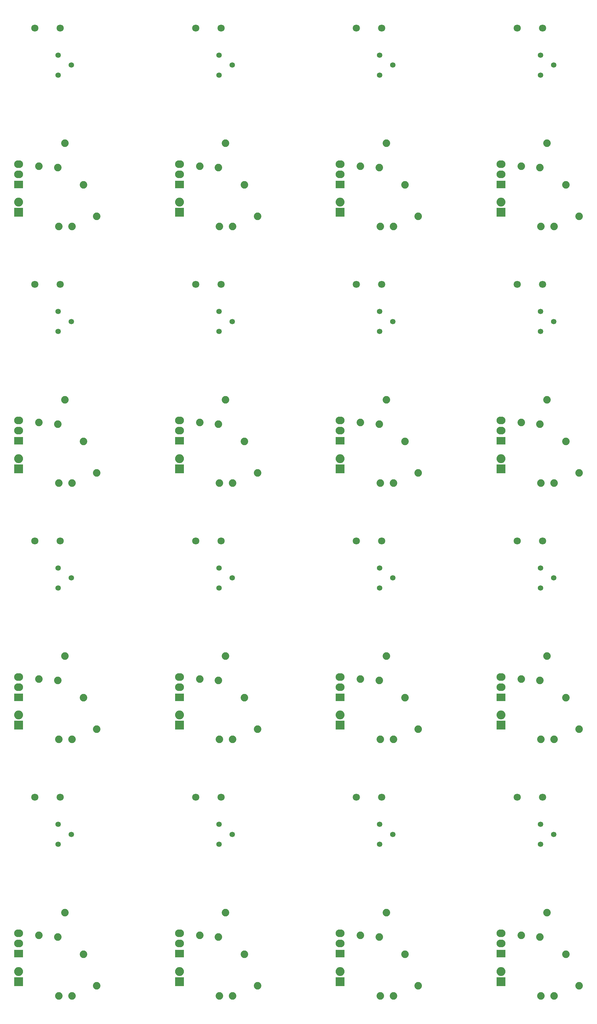
<source format=gbr>
G04 #@! TF.FileFunction,Soldermask,Bot*
%FSLAX46Y46*%
G04 Gerber Fmt 4.6, Leading zero omitted, Abs format (unit mm)*
G04 Created by KiCad (PCBNEW 0.201601221447+6507~42~ubuntu15.10.1-product) date Fri 22 Jan 2016 06:42:10 PM EST*
%MOMM*%
G01*
G04 APERTURE LIST*
%ADD10C,0.100000*%
%ADD11C,1.803200*%
%ADD12R,2.235200X2.235200*%
%ADD13O,2.235200X2.235200*%
%ADD14C,1.353200*%
%ADD15C,1.883200*%
%ADD16R,2.235200X1.930400*%
%ADD17O,2.235200X1.930400*%
G04 APERTURE END LIST*
D10*
D11*
X146304000Y-206367000D03*
X139954000Y-206367000D03*
D12*
X135890000Y-252476000D03*
D13*
X135890000Y-249936000D03*
D14*
X149097000Y-215646000D03*
X145797000Y-218146000D03*
X145797000Y-213146000D03*
D15*
X152146000Y-245618000D03*
X149225000Y-256032000D03*
X145923000Y-256032000D03*
X145669000Y-241300000D03*
X147447000Y-235204000D03*
X140970000Y-240919000D03*
X155448000Y-253492000D03*
D16*
X135890000Y-245491000D03*
D17*
X135890000Y-242951000D03*
X135890000Y-240411000D03*
D11*
X146304000Y-142232000D03*
X139954000Y-142232000D03*
D12*
X135890000Y-188341000D03*
D13*
X135890000Y-185801000D03*
D14*
X149097000Y-151511000D03*
X145797000Y-154011000D03*
X145797000Y-149011000D03*
D15*
X152146000Y-181483000D03*
X149225000Y-191897000D03*
X145923000Y-191897000D03*
X145669000Y-177165000D03*
X147447000Y-171069000D03*
X140970000Y-176784000D03*
X155448000Y-189357000D03*
D16*
X135890000Y-181356000D03*
D17*
X135890000Y-178816000D03*
X135890000Y-176276000D03*
D11*
X146304000Y-78097000D03*
X139954000Y-78097000D03*
D12*
X135890000Y-124206000D03*
D13*
X135890000Y-121666000D03*
D14*
X149097000Y-87376000D03*
X145797000Y-89876000D03*
X145797000Y-84876000D03*
D15*
X152146000Y-117348000D03*
X149225000Y-127762000D03*
X145923000Y-127762000D03*
X145669000Y-113030000D03*
X147447000Y-106934000D03*
X140970000Y-112649000D03*
X155448000Y-125222000D03*
D16*
X135890000Y-117221000D03*
D17*
X135890000Y-114681000D03*
X135890000Y-112141000D03*
D11*
X146304000Y-13962000D03*
X139954000Y-13962000D03*
D12*
X135890000Y-60071000D03*
D13*
X135890000Y-57531000D03*
D14*
X149097000Y-23241000D03*
X145797000Y-25741000D03*
X145797000Y-20741000D03*
D15*
X152146000Y-53213000D03*
X149225000Y-63627000D03*
X145923000Y-63627000D03*
X145669000Y-48895000D03*
X147447000Y-42799000D03*
X140970000Y-48514000D03*
X155448000Y-61087000D03*
D16*
X135890000Y-53086000D03*
D17*
X135890000Y-50546000D03*
X135890000Y-48006000D03*
D11*
X106045000Y-206367000D03*
X99695000Y-206367000D03*
D12*
X95631000Y-252476000D03*
D13*
X95631000Y-249936000D03*
D14*
X108838000Y-215646000D03*
X105538000Y-218146000D03*
X105538000Y-213146000D03*
D15*
X111887000Y-245618000D03*
X108966000Y-256032000D03*
X105664000Y-256032000D03*
X105410000Y-241300000D03*
X107188000Y-235204000D03*
X100711000Y-240919000D03*
X115189000Y-253492000D03*
D16*
X95631000Y-245491000D03*
D17*
X95631000Y-242951000D03*
X95631000Y-240411000D03*
D11*
X106045000Y-142232000D03*
X99695000Y-142232000D03*
D12*
X95631000Y-188341000D03*
D13*
X95631000Y-185801000D03*
D14*
X108838000Y-151511000D03*
X105538000Y-154011000D03*
X105538000Y-149011000D03*
D15*
X111887000Y-181483000D03*
X108966000Y-191897000D03*
X105664000Y-191897000D03*
X105410000Y-177165000D03*
X107188000Y-171069000D03*
X100711000Y-176784000D03*
X115189000Y-189357000D03*
D16*
X95631000Y-181356000D03*
D17*
X95631000Y-178816000D03*
X95631000Y-176276000D03*
D11*
X106045000Y-78097000D03*
X99695000Y-78097000D03*
D12*
X95631000Y-124206000D03*
D13*
X95631000Y-121666000D03*
D14*
X108838000Y-87376000D03*
X105538000Y-89876000D03*
X105538000Y-84876000D03*
D15*
X111887000Y-117348000D03*
X108966000Y-127762000D03*
X105664000Y-127762000D03*
X105410000Y-113030000D03*
X107188000Y-106934000D03*
X100711000Y-112649000D03*
X115189000Y-125222000D03*
D16*
X95631000Y-117221000D03*
D17*
X95631000Y-114681000D03*
X95631000Y-112141000D03*
D11*
X106045000Y-13962000D03*
X99695000Y-13962000D03*
D12*
X95631000Y-60071000D03*
D13*
X95631000Y-57531000D03*
D14*
X108838000Y-23241000D03*
X105538000Y-25741000D03*
X105538000Y-20741000D03*
D15*
X111887000Y-53213000D03*
X108966000Y-63627000D03*
X105664000Y-63627000D03*
X105410000Y-48895000D03*
X107188000Y-42799000D03*
X100711000Y-48514000D03*
X115189000Y-61087000D03*
D16*
X95631000Y-53086000D03*
D17*
X95631000Y-50546000D03*
X95631000Y-48006000D03*
D11*
X65786000Y-206367000D03*
X59436000Y-206367000D03*
D12*
X55372000Y-252476000D03*
D13*
X55372000Y-249936000D03*
D14*
X68579000Y-215646000D03*
X65279000Y-218146000D03*
X65279000Y-213146000D03*
D15*
X71628000Y-245618000D03*
X68707000Y-256032000D03*
X65405000Y-256032000D03*
X65151000Y-241300000D03*
X66929000Y-235204000D03*
X60452000Y-240919000D03*
X74930000Y-253492000D03*
D16*
X55372000Y-245491000D03*
D17*
X55372000Y-242951000D03*
X55372000Y-240411000D03*
D11*
X65786000Y-142232000D03*
X59436000Y-142232000D03*
D12*
X55372000Y-188341000D03*
D13*
X55372000Y-185801000D03*
D14*
X68579000Y-151511000D03*
X65279000Y-154011000D03*
X65279000Y-149011000D03*
D15*
X71628000Y-181483000D03*
X68707000Y-191897000D03*
X65405000Y-191897000D03*
X65151000Y-177165000D03*
X66929000Y-171069000D03*
X60452000Y-176784000D03*
X74930000Y-189357000D03*
D16*
X55372000Y-181356000D03*
D17*
X55372000Y-178816000D03*
X55372000Y-176276000D03*
D11*
X65786000Y-78097000D03*
X59436000Y-78097000D03*
D12*
X55372000Y-124206000D03*
D13*
X55372000Y-121666000D03*
D14*
X68579000Y-87376000D03*
X65279000Y-89876000D03*
X65279000Y-84876000D03*
D15*
X71628000Y-117348000D03*
X68707000Y-127762000D03*
X65405000Y-127762000D03*
X65151000Y-113030000D03*
X66929000Y-106934000D03*
X60452000Y-112649000D03*
X74930000Y-125222000D03*
D16*
X55372000Y-117221000D03*
D17*
X55372000Y-114681000D03*
X55372000Y-112141000D03*
D11*
X65786000Y-13962000D03*
X59436000Y-13962000D03*
D12*
X55372000Y-60071000D03*
D13*
X55372000Y-57531000D03*
D14*
X68579000Y-23241000D03*
X65279000Y-25741000D03*
X65279000Y-20741000D03*
D15*
X71628000Y-53213000D03*
X68707000Y-63627000D03*
X65405000Y-63627000D03*
X65151000Y-48895000D03*
X66929000Y-42799000D03*
X60452000Y-48514000D03*
X74930000Y-61087000D03*
D16*
X55372000Y-53086000D03*
D17*
X55372000Y-50546000D03*
X55372000Y-48006000D03*
D11*
X25527000Y-206367000D03*
X19177000Y-206367000D03*
D12*
X15113000Y-252476000D03*
D13*
X15113000Y-249936000D03*
D14*
X28320000Y-215646000D03*
X25020000Y-218146000D03*
X25020000Y-213146000D03*
D15*
X31369000Y-245618000D03*
X28448000Y-256032000D03*
X25146000Y-256032000D03*
X24892000Y-241300000D03*
X26670000Y-235204000D03*
X20193000Y-240919000D03*
X34671000Y-253492000D03*
D16*
X15113000Y-245491000D03*
D17*
X15113000Y-242951000D03*
X15113000Y-240411000D03*
D11*
X25527000Y-142232000D03*
X19177000Y-142232000D03*
D12*
X15113000Y-188341000D03*
D13*
X15113000Y-185801000D03*
D14*
X28320000Y-151511000D03*
X25020000Y-154011000D03*
X25020000Y-149011000D03*
D15*
X31369000Y-181483000D03*
X28448000Y-191897000D03*
X25146000Y-191897000D03*
X24892000Y-177165000D03*
X26670000Y-171069000D03*
X20193000Y-176784000D03*
X34671000Y-189357000D03*
D16*
X15113000Y-181356000D03*
D17*
X15113000Y-178816000D03*
X15113000Y-176276000D03*
D11*
X25527000Y-78097000D03*
X19177000Y-78097000D03*
D12*
X15113000Y-124206000D03*
D13*
X15113000Y-121666000D03*
D14*
X28320000Y-87376000D03*
X25020000Y-89876000D03*
X25020000Y-84876000D03*
D15*
X31369000Y-117348000D03*
X28448000Y-127762000D03*
X25146000Y-127762000D03*
X24892000Y-113030000D03*
X26670000Y-106934000D03*
X20193000Y-112649000D03*
X34671000Y-125222000D03*
D16*
X15113000Y-117221000D03*
D17*
X15113000Y-114681000D03*
X15113000Y-112141000D03*
D16*
X15113000Y-53086000D03*
D17*
X15113000Y-50546000D03*
X15113000Y-48006000D03*
D15*
X34671000Y-61087000D03*
X20193000Y-48514000D03*
X26670000Y-42799000D03*
X24892000Y-48895000D03*
X25146000Y-63627000D03*
X28448000Y-63627000D03*
X31369000Y-53213000D03*
D14*
X28320000Y-23241000D03*
X25020000Y-25741000D03*
X25020000Y-20741000D03*
D12*
X15113000Y-60071000D03*
D13*
X15113000Y-57531000D03*
D11*
X25527000Y-13962000D03*
X19177000Y-13962000D03*
M02*

</source>
